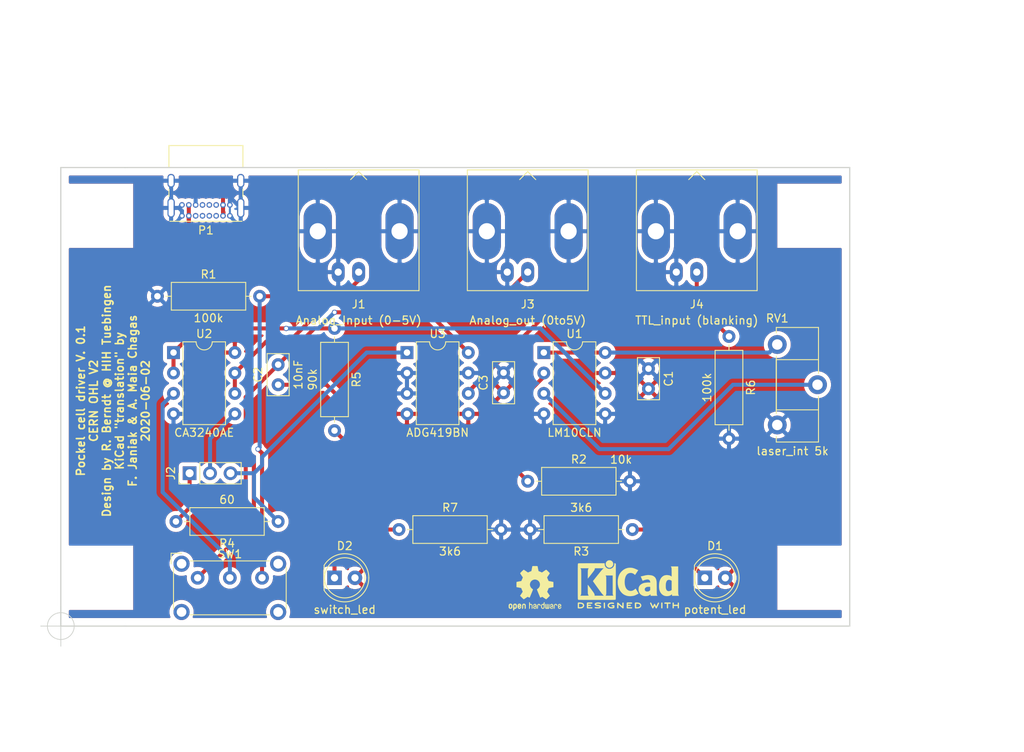
<source format=kicad_pcb>
(kicad_pcb (version 20171130) (host pcbnew 5.1.6-c6e7f7d~86~ubuntu20.04.1)
  (layers (0 F.Cu signal) (31 B.Cu signal) (34 B.Paste user) (35 F.Paste user) (36 B.SilkS user) (37 F.SilkS user) (38 B.Mask user) (39 F.Mask user) (44 Edge.Cuts user))
  (net 0 "")
  (net 1 GND)
  (net 2 "Net-(D1-Pad1)")
  (net 3 "Net-(J2-Pad2)")
  (net 4 internal_signal)
  (net 5 pin2)
  (net 6 "Net-(D2-Pad1)")
  (net 7 analog_input)
  (net 8 "Net-(J2-Pad1)")
  (net 9 signal_pos_blank)
  (net 10 "Net-(J3-Pad1)")
  (net 11 "Net-(J4-Pad1)")
  (net 12 "Net-(P1-PadA5)")
  (net 13 "Net-(P1-PadA6)")
  (net 14 "Net-(P1-PadA7)")
  (net 15 "Net-(SW1-Pad2)")
  (net 16 "Net-(RV1-Pad1)")
  (net 17 "Net-(RV1-Pad2)")
  (net 18 signal_pre_blank)
  (net 19 +5V)
  (module Symbol:KiCad-Logo2_5mm_SilkScreen (layer F.Cu) (at 162.5 98.8)
    (fp_text reference REF** hide)
    (fp_text value KiCad-Logo2_5mm_SilkScreen hide)
  )
  (module Symbol:OSHW-Logo2_7.3x6mm_SilkScreen (layer F.Cu) (at 150.9 99.3)
    (fp_text reference REF** hide)
    (fp_text value OSHW-Logo2_7.3x6mm_SilkScreen hide)
  )
  (module Resistor_THT:R_Axial_DIN0309_L9.0mm_D3.2mm_P12.70mm_Horizontal (layer F.Cu) (at 119 91 180)
    (fp_text reference R4 (at 6.35 -2.72) (layer F.SilkS))
    (fp_text value 60 (at 6.35 2.72) (layer F.SilkS))
    (pad 2 thru_hole oval (at 12.7 0 180) (size 1.6 1.6) (drill 0.8) (layers *.Cu *.Mask) (net 8 "Net-(J2-Pad1)"))
    (pad 1 thru_hole circle (at 0 0 180) (size 1.6 1.6) (drill 0.8) (layers *.Cu *.Mask) (net 9 signal_pos_blank))
  )
  (module Resistor_THT:R_Axial_DIN0309_L9.0mm_D3.2mm_P12.70mm_Horizontal (layer F.Cu) (at 134 92)
    (fp_text reference R7 (at 6.35 -2.72) (layer F.SilkS))
    (fp_text value 3k6 (at 6.35 2.72) (layer F.SilkS))
    (pad 2 thru_hole oval (at 12.7 0) (size 1.6 1.6) (drill 0.8) (layers *.Cu *.Mask) (net 1 GND))
    (pad 1 thru_hole circle (at 0 0) (size 1.6 1.6) (drill 0.8) (layers *.Cu *.Mask) (net 6 "Net-(D2-Pad1)"))
  )
  (module LED_THT:LED_D5.0mm_Clear (layer F.Cu) (at 172 98)
    (fp_text reference D1 (at 1.27 -3.96) (layer F.SilkS))
    (fp_text value potent_led (at 1.27 3.96) (layer F.SilkS))
    (pad 1 thru_hole rect (at 0 0) (size 1.8 1.8) (drill 0.9) (layers *.Cu *.Mask) (net 2 "Net-(D1-Pad1)"))
    (pad 2 thru_hole circle (at 2.54 0) (size 1.8 1.8) (drill 0.9) (layers *.Cu *.Mask) (net 19 +5V))
  )
  (module LED_THT:LED_D5.0mm_Clear (layer F.Cu) (at 126 98)
    (fp_text reference D2 (at 1.27 -3.96) (layer F.SilkS))
    (fp_text value switch_led (at 1.27 3.96) (layer F.SilkS))
    (pad 2 thru_hole circle (at 2.54 0) (size 1.8 1.8) (drill 0.9) (layers *.Cu *.Mask) (net 19 +5V))
    (pad 1 thru_hole rect (at 0 0) (size 1.8 1.8) (drill 0.9) (layers *.Cu *.Mask) (net 6 "Net-(D2-Pad1)"))
  )
  (module Package_DIP:DIP-8_W7.62mm (layer F.Cu) (at 152 70)
    (fp_text reference U1 (at 3.81 -2.33) (layer F.SilkS))
    (fp_text value LM10CLN (at 3.81 9.95) (layer F.SilkS))
    (pad 1 thru_hole rect (at 0 0) (size 1.6 1.6) (drill 0.8) (layers *.Cu *.Mask) (net 16 "Net-(RV1-Pad1)"))
    (pad 5 thru_hole oval (at 7.62 7.62) (size 1.6 1.6) (drill 0.8) (layers *.Cu *.Mask) (net 1 GND))
    (pad 2 thru_hole oval (at 0 2.54) (size 1.6 1.6) (drill 0.8) (layers *.Cu *.Mask) (net 5 pin2))
    (pad 6 thru_hole oval (at 7.62 5.08) (size 1.6 1.6) (drill 0.8) (layers *.Cu *.Mask) (net 4 internal_signal))
    (pad 3 thru_hole oval (at 0 5.08) (size 1.6 1.6) (drill 0.8) (layers *.Cu *.Mask) (net 17 "Net-(RV1-Pad2)"))
    (pad 7 thru_hole oval (at 7.62 2.54) (size 1.6 1.6) (drill 0.8) (layers *.Cu *.Mask) (net 19 +5V))
    (pad 4 thru_hole oval (at 0 7.62) (size 1.6 1.6) (drill 0.8) (layers *.Cu *.Mask) (net 1 GND))
    (pad 8 thru_hole oval (at 7.62 0) (size 1.6 1.6) (drill 0.8) (layers *.Cu *.Mask) (net 16 "Net-(RV1-Pad1)"))
  )
  (module Package_DIP:DIP-8_W7.62mm (layer F.Cu) (at 135 70)
    (fp_text reference U3 (at 3.81 -2.33) (layer F.SilkS))
    (fp_text value ADG419BN (at 3.81 9.95) (layer F.SilkS))
    (pad 8 thru_hole oval (at 7.62 0) (size 1.6 1.6) (drill 0.8) (layers *.Cu *.Mask) (net 18 signal_pre_blank))
    (pad 4 thru_hole oval (at 0 7.62) (size 1.6 1.6) (drill 0.8) (layers *.Cu *.Mask) (net 19 +5V))
    (pad 7 thru_hole oval (at 7.62 2.54) (size 1.6 1.6) (drill 0.8) (layers *.Cu *.Mask) (net 1 GND))
    (pad 3 thru_hole oval (at 0 5.08) (size 1.6 1.6) (drill 0.8) (layers *.Cu *.Mask) (net 1 GND))
    (pad 6 thru_hole oval (at 7.62 5.08) (size 1.6 1.6) (drill 0.8) (layers *.Cu *.Mask) (net 11 "Net-(J4-Pad1)"))
    (pad 2 thru_hole oval (at 0 2.54) (size 1.6 1.6) (drill 0.8) (layers *.Cu *.Mask) (net 1 GND))
    (pad 5 thru_hole oval (at 7.62 7.62) (size 1.6 1.6) (drill 0.8) (layers *.Cu *.Mask) (net 19 +5V))
    (pad 1 thru_hole rect (at 0 0) (size 1.6 1.6) (drill 0.8) (layers *.Cu *.Mask) (net 9 signal_pos_blank))
  )
  (module MountingHole:MountingHole_3.2mm_M3_DIN965 (layer F.Cu) (at 97 53)
    (fp_text reference REF**)
    (fp_text value MountingHole_3.2mm_M3_DIN965)
    (pad 1 np_thru_hole circle (at 0 0) (size 3.2 3.2) (drill 3.2) (layers *.Cu *.Mask))
  )
  (module MountingHole:MountingHole_3.2mm_M3_DIN965 (layer F.Cu) (at 185 53)
    (fp_text reference REF**)
    (fp_text value MountingHole_3.2mm_M3_DIN965)
    (pad 1 np_thru_hole circle (at 0 0) (size 3.2 3.2) (drill 3.2) (layers *.Cu *.Mask))
  )
  (module MountingHole:MountingHole_3.2mm_M3_DIN965 (layer F.Cu) (at 185 98)
    (fp_text reference REF**)
    (fp_text value MountingHole_3.2mm_M3_DIN965)
    (pad 1 np_thru_hole circle (at 0 0) (size 3.2 3.2) (drill 3.2) (layers *.Cu *.Mask))
  )
  (module MountingHole:MountingHole_3.2mm_M3_DIN965 (layer F.Cu) (at 97 98)
    (fp_text reference REF**)
    (fp_text value MountingHole_3.2mm_M3_DIN965)
    (pad 1 np_thru_hole circle (at 0 0) (size 3.2 3.2) (drill 3.2) (layers *.Cu *.Mask))
  )
  (module Potentiometer_THT:Potentiometer_ACP_CA14-H5_Horizontal (layer F.Cu) (at 181 69)
    (fp_text reference RV1 (at 0 -3.25) (layer F.SilkS))
    (fp_text value "laser_int 5k" (at 1.9 13.25) (layer F.SilkS))
    (pad 1 thru_hole circle (at 0 0) (size 2.34 2.34) (drill 1.3) (layers *.Cu *.Mask) (net 16 "Net-(RV1-Pad1)"))
    (pad 2 thru_hole circle (at 5 5) (size 2.34 2.34) (drill 1.3) (layers *.Cu *.Mask) (net 17 "Net-(RV1-Pad2)"))
    (pad 3 thru_hole circle (at 0 10) (size 2.34 2.34) (drill 1.3) (layers *.Cu *.Mask) (net 1 GND))
  )
  (module Capacitor_THT:C_Disc_D5.0mm_W2.5mm_P2.50mm (layer F.Cu) (at 119 74 90)
    (fp_text reference C2 (at 1.25 -2.5 90) (layer F.SilkS))
    (fp_text value 10nF (at 1.25 2.5 90) (layer F.SilkS))
    (pad 2 thru_hole circle (at 2.5 0 90) (size 1.6 1.6) (drill 0.8) (layers *.Cu *.Mask) (net 4 internal_signal))
    (pad 1 thru_hole circle (at 0 0 90) (size 1.6 1.6) (drill 0.8) (layers *.Cu *.Mask) (net 5 pin2))
  )
  (module Capacitor_THT:C_Disc_D5.0mm_W2.5mm_P2.50mm (layer F.Cu) (at 165 72 270)
    (fp_text reference C1 (at 1.25 -2.5 90) (layer F.SilkS))
    (fp_text value 100nF)
    (pad 1 thru_hole circle (at 0 0 270) (size 1.6 1.6) (drill 0.8) (layers *.Cu *.Mask) (net 1 GND))
    (pad 2 thru_hole circle (at 2.5 0 270) (size 1.6 1.6) (drill 0.8) (layers *.Cu *.Mask) (net 19 +5V))
  )
  (module Capacitor_THT:C_Disc_D5.0mm_W2.5mm_P2.50mm (layer F.Cu) (at 147 75 90)
    (fp_text reference C3 (at 1.25 -2.5 90) (layer F.SilkS))
    (fp_text value 100nF)
    (pad 1 thru_hole circle (at 0 0 90) (size 1.6 1.6) (drill 0.8) (layers *.Cu *.Mask) (net 19 +5V))
    (pad 2 thru_hole circle (at 2.5 0 90) (size 1.6 1.6) (drill 0.8) (layers *.Cu *.Mask) (net 1 GND))
  )
  (module Connector_Coaxial:BNC_Amphenol_B6252HB-NPP3G-50_Horizontal (layer F.Cu) (at 129 60)
    (fp_text reference J1 (at 0 4) (layer F.SilkS))
    (fp_text value "Analog_Input (0-5V)" (at 0 6 180) (layer F.SilkS))
    (pad 2 thru_hole oval (at -5.08 -5.08) (size 3.5 7) (drill 2.01) (layers *.Cu *.Mask) (net 1 GND))
    (pad 2 thru_hole oval (at 5.08 -5.08) (size 3.5 7) (drill 2.01) (layers *.Cu *.Mask) (net 1 GND))
    (pad 1 thru_hole oval (at 0 0) (size 1.6 2.5) (drill 0.89) (layers *.Cu *.Mask) (net 7 analog_input))
    (pad 2 thru_hole oval (at -2.54 0) (size 1.6 2.5) (drill 0.89) (layers *.Cu *.Mask) (net 1 GND))
  )
  (module Connector_PinHeader_2.54mm:PinHeader_1x03_P2.54mm_Vertical (layer F.Cu) (at 108 85 90)
    (fp_text reference J2 (at 0 -2.33 90) (layer F.SilkS))
    (fp_text value add_resist_jumper)
    (pad 1 thru_hole rect (at 0 0 90) (size 1.7 1.7) (drill 1) (layers *.Cu *.Mask) (net 8 "Net-(J2-Pad1)"))
    (pad 2 thru_hole oval (at 0 2.54 90) (size 1.7 1.7) (drill 1) (layers *.Cu *.Mask) (net 3 "Net-(J2-Pad2)"))
    (pad 3 thru_hole oval (at 0 5.08 90) (size 1.7 1.7) (drill 1) (layers *.Cu *.Mask) (net 9 signal_pos_blank))
  )
  (module Connector_Coaxial:BNC_Amphenol_B6252HB-NPP3G-50_Horizontal (layer F.Cu) (at 150 60)
    (fp_text reference J3 (at 0 4) (layer F.SilkS))
    (fp_text value "Analog_out (0to5V)" (at 0 6 180) (layer F.SilkS))
    (pad 2 thru_hole oval (at -5.08 -5.08) (size 3.5 7) (drill 2.01) (layers *.Cu *.Mask) (net 1 GND))
    (pad 2 thru_hole oval (at 5.08 -5.08) (size 3.5 7) (drill 2.01) (layers *.Cu *.Mask) (net 1 GND))
    (pad 1 thru_hole oval (at 0 0) (size 1.6 2.5) (drill 0.89) (layers *.Cu *.Mask) (net 10 "Net-(J3-Pad1)"))
    (pad 2 thru_hole oval (at -2.54 0) (size 1.6 2.5) (drill 0.89) (layers *.Cu *.Mask) (net 1 GND))
  )
  (module Connector_Coaxial:BNC_Amphenol_B6252HB-NPP3G-50_Horizontal (layer F.Cu) (at 171 60)
    (fp_text reference J4 (at 0 4) (layer F.SilkS))
    (fp_text value "TTL_input (blanking)" (at 0 6 180) (layer F.SilkS))
    (pad 2 thru_hole oval (at -2.54 0) (size 1.6 2.5) (drill 0.89) (layers *.Cu *.Mask) (net 1 GND))
    (pad 1 thru_hole oval (at 0 0) (size 1.6 2.5) (drill 0.89) (layers *.Cu *.Mask) (net 11 "Net-(J4-Pad1)"))
    (pad 2 thru_hole oval (at 5.08 -5.08) (size 3.5 7) (drill 2.01) (layers *.Cu *.Mask) (net 1 GND))
    (pad 2 thru_hole oval (at -5.08 -5.08) (size 3.5 7) (drill 2.01) (layers *.Cu *.Mask) (net 1 GND))
  )
  (module Connector_USB:USB_C_Receptacle_GCT_USB4085 (layer F.Cu) (at 113 53 180)
    (fp_text reference P1 (at 2.975 -1.8) (layer F.SilkS))
    (fp_text value USB_C_Plug_USB2.0)
    (pad A1 thru_hole circle (at 0 0 180) (size 0.7 0.7) (drill 0.4) (layers *.Cu *.Mask) (net 1 GND))
    (pad A4 thru_hole circle (at 0.85 0 180) (size 0.7 0.7) (drill 0.4) (layers *.Cu *.Mask) (net 19 +5V))
    (pad A5 thru_hole circle (at 1.7 0 180) (size 0.7 0.7) (drill 0.4) (layers *.Cu *.Mask) (net 12 "Net-(P1-PadA5)"))
    (pad A6 thru_hole circle (at 2.55 0 180) (size 0.7 0.7) (drill 0.4) (layers *.Cu *.Mask) (net 13 "Net-(P1-PadA6)"))
    (pad A7 thru_hole circle (at 3.4 0 180) (size 0.7 0.7) (drill 0.4) (layers *.Cu *.Mask) (net 14 "Net-(P1-PadA7)"))
    (pad A8 thru_hole circle (at 4.25 0 180) (size 0.7 0.7) (drill 0.4) (layers *.Cu *.Mask))
    (pad A9 thru_hole circle (at 5.1 0 180) (size 0.7 0.7) (drill 0.4) (layers *.Cu *.Mask) (net 19 +5V))
    (pad A12 thru_hole circle (at 5.95 0 180) (size 0.7 0.7) (drill 0.4) (layers *.Cu *.Mask) (net 1 GND))
    (pad B9 thru_hole circle (at 0.85 1.35 180) (size 0.7 0.7) (drill 0.4) (layers *.Cu *.Mask) (net 19 +5V))
    (pad B7 thru_hole circle (at 2.55 1.35 180) (size 0.7 0.7) (drill 0.4) (layers *.Cu *.Mask))
    (pad B8 thru_hole circle (at 1.7 1.35 180) (size 0.7 0.7) (drill 0.4) (layers *.Cu *.Mask))
    (pad B12 thru_hole circle (at 0 1.35 180) (size 0.7 0.7) (drill 0.4) (layers *.Cu *.Mask) (net 1 GND))
    (pad B5 thru_hole circle (at 4.25 1.35 180) (size 0.7 0.7) (drill 0.4) (layers *.Cu *.Mask) (net 1 GND))
    (pad B4 thru_hole circle (at 5.1 1.35 180) (size 0.7 0.7) (drill 0.4) (layers *.Cu *.Mask) (net 19 +5V))
    (pad B1 thru_hole circle (at 5.95 1.35 180) (size 0.7 0.7) (drill 0.4) (layers *.Cu *.Mask) (net 1 GND))
    (pad B6 thru_hole circle (at 3.4 1.35 180) (size 0.7 0.7) (drill 0.4) (layers *.Cu *.Mask))
    (pad S1 thru_hole oval (at -1.35 0.98 180) (size 0.9 2.4) (drill oval 0.6 2.1) (layers *.Cu *.Mask) (net 1 GND))
    (pad S1 thru_hole oval (at 7.3 0.98 180) (size 0.9 2.4) (drill oval 0.6 2.1) (layers *.Cu *.Mask) (net 1 GND))
    (pad S1 thru_hole oval (at -1.35 4.36 180) (size 0.9 1.7) (drill oval 0.6 1.4) (layers *.Cu *.Mask) (net 1 GND))
    (pad S1 thru_hole oval (at 7.3 4.36 180) (size 0.9 1.7) (drill oval 0.6 1.4) (layers *.Cu *.Mask) (net 1 GND))
  )
  (module Resistor_THT:R_Axial_DIN0309_L9.0mm_D3.2mm_P12.70mm_Horizontal (layer F.Cu) (at 104 63)
    (fp_text reference R1 (at 6.35 -2.72) (layer F.SilkS))
    (fp_text value 100k (at 6.35 2.72) (layer F.SilkS))
    (pad 1 thru_hole circle (at 0 0) (size 1.6 1.6) (drill 0.8) (layers *.Cu *.Mask) (net 1 GND))
    (pad 2 thru_hole oval (at 12.7 0) (size 1.6 1.6) (drill 0.8) (layers *.Cu *.Mask) (net 7 analog_input))
  )
  (module Resistor_THT:R_Axial_DIN0309_L9.0mm_D3.2mm_P12.70mm_Horizontal (layer F.Cu) (at 126 67 270)
    (fp_text reference R5 (at 6.35 -2.72 90) (layer F.SilkS))
    (fp_text value 90k (at 6.35 2.72 90) (layer F.SilkS))
    (pad 2 thru_hole oval (at 12.7 0 270) (size 1.6 1.6) (drill 0.8) (layers *.Cu *.Mask) (net 5 pin2))
    (pad 1 thru_hole circle (at 0 0 270) (size 1.6 1.6) (drill 0.8) (layers *.Cu *.Mask) (net 4 internal_signal))
  )
  (module Resistor_THT:R_Axial_DIN0309_L9.0mm_D3.2mm_P12.70mm_Horizontal (layer F.Cu) (at 150 86)
    (fp_text reference R2 (at 6.35 -2.72) (layer F.SilkS))
    (fp_text value 10k (at 11.6 -2.7) (layer F.SilkS))
    (pad 2 thru_hole oval (at 12.7 0) (size 1.6 1.6) (drill 0.8) (layers *.Cu *.Mask) (net 1 GND))
    (pad 1 thru_hole circle (at 0 0) (size 1.6 1.6) (drill 0.8) (layers *.Cu *.Mask) (net 5 pin2))
  )
  (module Resistor_THT:R_Axial_DIN0309_L9.0mm_D3.2mm_P12.70mm_Horizontal (layer F.Cu) (at 163 92 180)
    (fp_text reference R3 (at 6.35 -2.72) (layer F.SilkS))
    (fp_text value 3k6 (at 6.35 2.72) (layer F.SilkS))
    (pad 1 thru_hole circle (at 0 0 180) (size 1.6 1.6) (drill 0.8) (layers *.Cu *.Mask) (net 2 "Net-(D1-Pad1)"))
    (pad 2 thru_hole oval (at 12.7 0 180) (size 1.6 1.6) (drill 0.8) (layers *.Cu *.Mask) (net 1 GND))
  )
  (module Resistor_THT:R_Axial_DIN0309_L9.0mm_D3.2mm_P12.70mm_Horizontal (layer F.Cu) (at 175 68 270)
    (fp_text reference R6 (at 6.35 -2.72 90) (layer F.SilkS))
    (fp_text value 100k (at 6.35 2.72 90) (layer F.SilkS))
    (pad 1 thru_hole circle (at 0 0 270) (size 1.6 1.6) (drill 0.8) (layers *.Cu *.Mask) (net 11 "Net-(J4-Pad1)"))
    (pad 2 thru_hole oval (at 12.7 0 270) (size 1.6 1.6) (drill 0.8) (layers *.Cu *.Mask) (net 1 GND))
  )
  (module Button_Switch_THT:SW_E-Switch_EG1224_SPDT_Angled (layer F.Cu) (at 109 98)
    (fp_text reference SW1 (at 4 -2.95) (layer F.SilkS))
    (fp_text value SW_SPDT)
    (pad "" thru_hole circle (at -2 -1.75) (size 2 2) (drill 1.2) (layers *.Cu *.Mask))
    (pad "" thru_hole circle (at 10 -1.75) (size 2 2) (drill 1.2) (layers *.Cu *.Mask))
    (pad "" thru_hole circle (at 10 4.25) (size 2 2) (drill 1.2) (layers *.Cu *.Mask))
    (pad "" thru_hole circle (at -2 4.25) (size 2 2) (drill 1.2) (layers *.Cu *.Mask))
    (pad 1 thru_hole circle (at 0 0) (size 1.7 1.7) (drill 0.9) (layers *.Cu *.Mask) (net 4 internal_signal))
    (pad 2 thru_hole circle (at 4 0) (size 1.7 1.7) (drill 0.9) (layers *.Cu *.Mask) (net 15 "Net-(SW1-Pad2)"))
    (pad 3 thru_hole circle (at 8 0) (size 1.7 1.7) (drill 0.9) (layers *.Cu *.Mask) (net 7 analog_input))
  )
  (module Package_DIP:DIP-8_W7.62mm (layer F.Cu) (at 106 70)
    (fp_text reference U2 (at 3.81 -2.33) (layer F.SilkS))
    (fp_text value CA3240AE (at 3.81 9.95) (layer F.SilkS))
    (pad 1 thru_hole rect (at 0 0) (size 1.6 1.6) (drill 0.8) (layers *.Cu *.Mask) (net 18 signal_pre_blank))
    (pad 5 thru_hole oval (at 7.62 7.62) (size 1.6 1.6) (drill 0.8) (layers *.Cu *.Mask) (net 3 "Net-(J2-Pad2)"))
    (pad 2 thru_hole oval (at 0 2.54) (size 1.6 1.6) (drill 0.8) (layers *.Cu *.Mask) (net 18 signal_pre_blank))
    (pad 6 thru_hole oval (at 7.62 5.08) (size 1.6 1.6) (drill 0.8) (layers *.Cu *.Mask) (net 10 "Net-(J3-Pad1)"))
    (pad 3 thru_hole oval (at 0 5.08) (size 1.6 1.6) (drill 0.8) (layers *.Cu *.Mask) (net 15 "Net-(SW1-Pad2)"))
    (pad 7 thru_hole oval (at 7.62 2.54) (size 1.6 1.6) (drill 0.8) (layers *.Cu *.Mask) (net 10 "Net-(J3-Pad1)"))
    (pad 4 thru_hole oval (at 0 7.62) (size 1.6 1.6) (drill 0.8) (layers *.Cu *.Mask) (net 1 GND))
    (pad 8 thru_hole oval (at 7.62 0) (size 1.6 1.6) (drill 0.8) (layers *.Cu *.Mask) (net 19 +5V))
  )
  (target plus (at 92 104) (size 5) (width 0.1) (layer Edge.Cuts))
  (gr_text "Pockel cell driver V. 0.1\nCERN OHL V2\nDesign by R. Berndt @ HIH Tuebingen\nKiCad \"translation\" by\nF. Janiak & A. Maia Chagas\n2020-06-02" (at 98.5 76 90) (layer F.SilkS) (effects (font (size 1 1) (thickness 0.2))))
  (gr_line (start 92 104) (end 100 104) (layer Edge.Cuts) (width 0.15))
  (gr_line (start 92 47) (end 92 104) (layer Edge.Cuts) (width 0.15))
  (gr_line (start 100 47) (end 92 47) (layer Edge.Cuts) (width 0.15))
  (gr_line (start 190 47) (end 125 47) (layer Edge.Cuts) (width 0.15))
  (gr_line (start 190 104) (end 190 47) (layer Edge.Cuts) (width 0.15))
  (gr_line (start 100 104) (end 190 104) (layer Edge.Cuts) (width 0.15))
  (gr_line (start 125 47) (end 100 47) (layer Edge.Cuts) (width 0.15))
  (segment (start 106.68 52.02) (end 107.05 51.65) (width 0.5) (layer B.Cu) (net 1))
  (segment (start 105.7 52.02) (end 106.68 52.02) (width 0.5) (layer B.Cu) (net 1))
  (segment (start 107.05 52.39) (end 106.68 52.02) (width 0.5) (layer B.Cu) (net 1))
  (segment (start 107.05 53) (end 107.05 52.39) (width 0.5) (layer B.Cu) (net 1))
  (segment (start 108.75 51.65) (end 108.75 50.25) (width 0.5) (layer B.Cu) (net 1))
  (segment (start 113 50.67) (end 114.35 52.02) (width 0.5) (layer B.Cu) (net 1))
  (segment (start 113 51.65) (end 113 50.67) (width 0.5) (layer B.Cu) (net 1))
  (segment (start 113 51.65) (end 113 53) (width 0.25) (layer B.Cu) (net 1))
  (segment (start 166 92) (end 172 98) (width 0.5) (layer F.Cu) (net 2))
  (segment (start 163 92) (end 166 92) (width 0.5) (layer F.Cu) (net 2))
  (segment (start 110.54 80.7) (end 113.62 77.62) (width 0.5) (layer B.Cu) (net 3))
  (segment (start 110.54 85) (end 110.54 80.7) (width 0.5) (layer B.Cu) (net 3))
  (segment (start 123.5 67) (end 119 71.5) (width 0.5) (layer F.Cu) (net 4))
  (segment (start 126 67) (end 123.5 67) (width 0.5) (layer F.Cu) (net 4))
  (segment (start 114.970001 75.529999) (end 119 71.5) (width 0.5) (layer F.Cu) (net 4))
  (segment (start 114.970001 92.029999) (end 114.970001 75.529999) (width 0.5) (layer F.Cu) (net 4))
  (segment (start 109 98) (end 114.970001 92.029999) (width 0.5) (layer F.Cu) (net 4))
  (segment (start 159.62 75.08) (end 155 70.46) (width 0.5) (layer B.Cu) (net 4))
  (segment (start 151.590002 67) (end 126 67) (width 0.5) (layer B.Cu) (net 4))
  (segment (start 155 70.409998) (end 151.590002 67) (width 0.5) (layer B.Cu) (net 4))
  (segment (start 155 70.46) (end 155 70.409998) (width 0.5) (layer B.Cu) (net 4))
  (segment (start 119 74) (end 125 74) (width 0.5) (layer F.Cu) (net 5))
  (segment (start 125 74) (end 132 81) (width 0.5) (layer F.Cu) (net 5))
  (segment (start 152 73) (end 152 72.54) (width 0.5) (layer F.Cu) (net 5))
  (segment (start 144 81) (end 152 73) (width 0.5) (layer F.Cu) (net 5))
  (segment (start 127.3 81) (end 126 79.7) (width 0.5) (layer F.Cu) (net 5))
  (segment (start 132 81) (end 127.3 81) (width 0.5) (layer F.Cu) (net 5))
  (segment (start 132 81) (end 137 81) (width 0.5) (layer F.Cu) (net 5))
  (segment (start 137 81) (end 144 81) (width 0.5) (layer F.Cu) (net 5))
  (segment (start 145 81) (end 150 86) (width 0.5) (layer F.Cu) (net 5))
  (segment (start 144 81) (end 145 81) (width 0.5) (layer F.Cu) (net 5))
  (segment (start 134 92) (end 130 92) (width 0.5) (layer F.Cu) (net 6))
  (segment (start 126 96) (end 126 98) (width 0.5) (layer F.Cu) (net 6))
  (segment (start 130 92) (end 126 96) (width 0.5) (layer F.Cu) (net 6))
  (segment (start 127 63) (end 116.7 63) (width 0.5) (layer F.Cu) (net 7))
  (segment (start 129 60) (end 129 61) (width 0.5) (layer F.Cu) (net 7))
  (segment (start 129 61) (end 127 63) (width 0.5) (layer F.Cu) (net 7))
  (via (at 116.5 82) (size 0.65) (drill 0.45) (layers F.Cu B.Cu) (net 7))
  (segment (start 116.7 81.8) (end 116.5 82) (width 0.5) (layer B.Cu) (net 7))
  (segment (start 116.7 63) (end 116.7 81.8) (width 0.5) (layer B.Cu) (net 7))
  (segment (start 117 82.5) (end 117 98) (width 0.5) (layer F.Cu) (net 7))
  (segment (start 116.5 82) (end 117 82.5) (width 0.5) (layer F.Cu) (net 7))
  (segment (start 108 89.3) (end 106.3 91) (width 0.5) (layer F.Cu) (net 8))
  (segment (start 108 85) (end 108 89.3) (width 0.5) (layer F.Cu) (net 8))
  (segment (start 130 70) (end 135 70) (width 0.5) (layer B.Cu) (net 9))
  (segment (start 117 83) (end 130 70) (width 0.5) (layer B.Cu) (net 9))
  (segment (start 117 83) (end 117 84) (width 0.5) (layer B.Cu) (net 9))
  (segment (start 116 85) (end 113.08 85) (width 0.5) (layer B.Cu) (net 9))
  (segment (start 117 84) (end 116 85) (width 0.5) (layer B.Cu) (net 9))
  (segment (start 116 88) (end 119 91) (width 0.5) (layer B.Cu) (net 9))
  (segment (start 116 85) (end 116 88) (width 0.5) (layer B.Cu) (net 9))
  (segment (start 113.62 72.54) (end 113.62 75.08) (width 0.5) (layer F.Cu) (net 10))
  (segment (start 117.510001 68.649999) (end 120.350001 68.649999) (width 0.5) (layer F.Cu) (net 10))
  (segment (start 113.62 72.54) (end 117.510001 68.649999) (width 0.5) (layer F.Cu) (net 10))
  (segment (start 125.19999 63.80001) (end 146.19999 63.80001) (width 0.5) (layer F.Cu) (net 10))
  (segment (start 146.19999 63.80001) (end 150 60) (width 0.5) (layer F.Cu) (net 10))
  (segment (start 120.350001 68.649999) (end 125.19999 63.80001) (width 0.5) (layer F.Cu) (net 10))
  (segment (start 171 62) (end 171 60) (width 0.5) (layer F.Cu) (net 11))
  (segment (start 169 64) (end 171 62) (width 0.5) (layer F.Cu) (net 11))
  (segment (start 171 64) (end 175 68) (width 0.5) (layer F.Cu) (net 11))
  (segment (start 168 64) (end 171 64) (width 0.5) (layer F.Cu) (net 11))
  (segment (start 168 64) (end 169 64) (width 0.5) (layer F.Cu) (net 11))
  (segment (start 142.62 74.881998) (end 142.62 75.08) (width 0.5) (layer F.Cu) (net 11))
  (segment (start 153.501998 64) (end 142.62 74.881998) (width 0.5) (layer F.Cu) (net 11))
  (segment (start 168 64) (end 153.501998 64) (width 0.5) (layer F.Cu) (net 11))
  (segment (start 104.649999 76.430001) (end 106 75.08) (width 0.5) (layer B.Cu) (net 15))
  (segment (start 104.649999 87.351997) (end 104.649999 76.430001) (width 0.5) (layer B.Cu) (net 15))
  (segment (start 113 95.701998) (end 104.649999 87.351997) (width 0.5) (layer B.Cu) (net 15))
  (segment (start 113 98) (end 113 95.701998) (width 0.5) (layer B.Cu) (net 15))
  (segment (start 152 70) (end 159.62 70) (width 0.5) (layer F.Cu) (net 16))
  (segment (start 180 70) (end 181 69) (width 0.5) (layer B.Cu) (net 16))
  (segment (start 159.62 70) (end 180 70) (width 0.5) (layer B.Cu) (net 16))
  (segment (start 186 74) (end 175.5 74) (width 0.5) (layer B.Cu) (net 17))
  (segment (start 175.5 74) (end 167.5 82) (width 0.5) (layer B.Cu) (net 17))
  (segment (start 158.92 82) (end 152 75.08) (width 0.5) (layer B.Cu) (net 17))
  (segment (start 167.5 82) (end 158.92 82) (width 0.5) (layer B.Cu) (net 17))
  (segment (start 106 70) (end 106 72.54) (width 0.5) (layer F.Cu) (net 18))
  (via (at 120 67) (size 0.65) (drill 0.45) (layers F.Cu B.Cu) (net 18))
  (segment (start 109 67) (end 120 67) (width 0.5) (layer F.Cu) (net 18))
  (segment (start 106 70) (end 109 67) (width 0.5) (layer F.Cu) (net 18))
  (segment (start 120 67) (end 124 67) (width 0.5) (layer B.Cu) (net 18))
  (segment (start 124 67) (end 126 65) (width 0.5) (layer B.Cu) (net 18))
  (via (at 126 65) (size 0.65) (drill 0.45) (layers F.Cu B.Cu) (net 18))
  (segment (start 137.62 65) (end 142.62 70) (width 0.5) (layer F.Cu) (net 18))
  (segment (start 126 65) (end 137.62 65) (width 0.5) (layer F.Cu) (net 18))
  (segment (start 107.9 53) (end 107.9 54.4) (width 0.5) (layer F.Cu) (net 19))
  (segment (start 107.9 54.4) (end 107.9 51.65) (width 0.5) (layer F.Cu) (net 19))
  (segment (start 112.15 51.65) (end 112.15 50.15) (width 0.5) (layer F.Cu) (net 19))
  (segment (start 112.200001 52.567999) (end 112.200001 52.615997) (width 0.5) (layer F.Cu) (net 19))
  (segment (start 112.15 52.517998) (end 112.200001 52.567999) (width 0.5) (layer F.Cu) (net 19))
  (segment (start 112.15 51.65) (end 112.15 52.517998) (width 0.5) (layer F.Cu) (net 19))
  (segment (start 112.15 52.565996) (end 112.200001 52.615997) (width 0.5) (layer F.Cu) (net 19))
  (segment (start 112.15 51.65) (end 112.15 52.565996) (width 0.5) (layer F.Cu) (net 19))
  (segment (start 112.15 51.65) (end 112.15 53) (width 0.25) (layer F.Cu) (net 19))
  (zone (net 0) (net_name "") (layers F&B.Cu) (connect_pads (clearance 0.508)) (min_thickness 0.254)
    (keepout (tracks not_allowed) (vias not_allowed) (copperpour not_allowed))
    (fill (arc_segments 32) (thermal_gap 0.508) (thermal_bridge_width 0.508))
    (polygon (pts (xy 189 102) (xy 181 102) (xy 181 94) (xy 189 94)))
  )
  (zone (net 0) (net_name "") (layers F&B.Cu) (connect_pads (clearance 0.508)) (min_thickness 0.254)
    (keepout (tracks not_allowed) (vias not_allowed) (copperpour not_allowed))
    (fill (arc_segments 32) (thermal_gap 0.508) (thermal_bridge_width 0.508))
    (polygon (pts (xy 101 102) (xy 93 102) (xy 93 94) (xy 101 94)))
  )
  (zone (net 0) (net_name "") (layers F&B.Cu) (connect_pads (clearance 0.508)) (min_thickness 0.254)
    (keepout (tracks not_allowed) (vias not_allowed) (copperpour not_allowed))
    (fill (arc_segments 32) (thermal_gap 0.508) (thermal_bridge_width 0.508))
    (polygon (pts (xy 189 57) (xy 181 57) (xy 181 49) (xy 189 49)))
  )
  (zone (net 0) (net_name "") (layers F&B.Cu) (connect_pads (clearance 0.508)) (min_thickness 0.254)
    (keepout (tracks not_allowed) (vias not_allowed) (copperpour not_allowed))
    (fill (arc_segments 32) (thermal_gap 0.508) (thermal_bridge_width 0.508))
    (polygon (pts (xy 101 57) (xy 93 57) (xy 93 49) (xy 101 49)))
  )
  (zone (net 19) (net_name +5V) (layer F.Cu) (connect_pads (clearance 0.508)) (min_thickness 0.254) (fill yes (arc_segments 32) (thermal_gap 0.508) (thermal_bridge_width 0.508))
    (polygon (pts (xy 189 103) (xy 93 103) (xy 93 48) (xy 189 48)))
  )
  (zone (net 1) (net_name GND) (layer B.Cu) (connect_pads (clearance 0.508)) (min_thickness 0.254) (fill yes (arc_segments 32) (thermal_gap 0.508) (thermal_bridge_width 0.508))
    (polygon (pts (xy 189 103) (xy 93 103) (xy 93 48) (xy 189 48)))
  )
)
</source>
